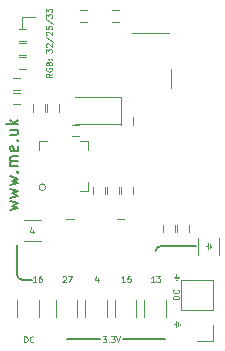
<source format=gbr>
%TF.GenerationSoftware,KiCad,Pcbnew,(6.0.2-0)*%
%TF.CreationDate,2022-02-20T12:23:58+00:00*%
%TF.ProjectId,Generic,47656e65-7269-4632-9e6b-696361645f70,6*%
%TF.SameCoordinates,Original*%
%TF.FileFunction,Legend,Top*%
%TF.FilePolarity,Positive*%
%FSLAX46Y46*%
G04 Gerber Fmt 4.6, Leading zero omitted, Abs format (unit mm)*
G04 Created by KiCad (PCBNEW (6.0.2-0)) date 2022-02-20 12:23:58*
%MOMM*%
%LPD*%
G01*
G04 APERTURE LIST*
%ADD10C,0.150000*%
%ADD11C,0.080000*%
%ADD12C,0.120000*%
G04 APERTURE END LIST*
D10*
X123000000Y-127000000D02*
X125750000Y-127000000D01*
X133900000Y-119100000D02*
X130900000Y-119100000D01*
X119200000Y-121932613D02*
X120025000Y-121929844D01*
X118750000Y-119000000D02*
X118747231Y-121479844D01*
X130900000Y-119100000D02*
G75*
G03*
X130500000Y-119500000I-1J-399999D01*
G01*
X118747231Y-121479844D02*
G75*
G03*
X119200000Y-121932613I452769J0D01*
G01*
X131250000Y-127000000D02*
X127750000Y-127000000D01*
D11*
X132011904Y-121690476D02*
X132488095Y-121690476D01*
X132107142Y-121833333D02*
X132392857Y-121833333D01*
X132250000Y-121476190D02*
X132250000Y-121690476D01*
X132297619Y-121976190D02*
X132202380Y-121976190D01*
X126011904Y-126726190D02*
X126321428Y-126726190D01*
X126154761Y-126916666D01*
X126226190Y-126916666D01*
X126273809Y-126940476D01*
X126297619Y-126964285D01*
X126321428Y-127011904D01*
X126321428Y-127130952D01*
X126297619Y-127178571D01*
X126273809Y-127202380D01*
X126226190Y-127226190D01*
X126083333Y-127226190D01*
X126035714Y-127202380D01*
X126011904Y-127178571D01*
X126535714Y-127178571D02*
X126559523Y-127202380D01*
X126535714Y-127226190D01*
X126511904Y-127202380D01*
X126535714Y-127178571D01*
X126535714Y-127226190D01*
X126726190Y-126726190D02*
X127035714Y-126726190D01*
X126869047Y-126916666D01*
X126940476Y-126916666D01*
X126988095Y-126940476D01*
X127011904Y-126964285D01*
X127035714Y-127011904D01*
X127035714Y-127130952D01*
X127011904Y-127178571D01*
X126988095Y-127202380D01*
X126940476Y-127226190D01*
X126797619Y-127226190D01*
X126750000Y-127202380D01*
X126726190Y-127178571D01*
X127178571Y-126726190D02*
X127345238Y-127226190D01*
X127511904Y-126726190D01*
X134940476Y-119338095D02*
X134940476Y-118861904D01*
X135083333Y-119242857D02*
X135083333Y-118957142D01*
X134726190Y-119100000D02*
X134940476Y-119100000D01*
X135226190Y-119052380D02*
X135226190Y-119147619D01*
X132476190Y-123580952D02*
X131976190Y-123580952D01*
X131976190Y-123461904D01*
X132000000Y-123390476D01*
X132047619Y-123342857D01*
X132095238Y-123319047D01*
X132190476Y-123295238D01*
X132261904Y-123295238D01*
X132357142Y-123319047D01*
X132404761Y-123342857D01*
X132452380Y-123390476D01*
X132476190Y-123461904D01*
X132476190Y-123580952D01*
X132428571Y-122795238D02*
X132452380Y-122819047D01*
X132476190Y-122890476D01*
X132476190Y-122938095D01*
X132452380Y-123009523D01*
X132404761Y-123057142D01*
X132357142Y-123080952D01*
X132261904Y-123104761D01*
X132190476Y-123104761D01*
X132095238Y-123080952D01*
X132047619Y-123057142D01*
X132000000Y-123009523D01*
X131976190Y-122938095D01*
X131976190Y-122890476D01*
X132000000Y-122819047D01*
X132023809Y-122795238D01*
X132240476Y-125938095D02*
X132240476Y-125461904D01*
X132383333Y-125842857D02*
X132383333Y-125557142D01*
X132026190Y-125700000D02*
X132240476Y-125700000D01*
X132526190Y-125652380D02*
X132526190Y-125747619D01*
X130404761Y-122126190D02*
X130119047Y-122126190D01*
X130261904Y-122126190D02*
X130261904Y-121626190D01*
X130214285Y-121697619D01*
X130166666Y-121745238D01*
X130119047Y-121769047D01*
X130571428Y-121626190D02*
X130880952Y-121626190D01*
X130714285Y-121816666D01*
X130785714Y-121816666D01*
X130833333Y-121840476D01*
X130857142Y-121864285D01*
X130880952Y-121911904D01*
X130880952Y-122030952D01*
X130857142Y-122078571D01*
X130833333Y-122102380D01*
X130785714Y-122126190D01*
X130642857Y-122126190D01*
X130595238Y-122102380D01*
X130571428Y-122078571D01*
X121726190Y-104507142D02*
X121488095Y-104673809D01*
X121726190Y-104792857D02*
X121226190Y-104792857D01*
X121226190Y-104602380D01*
X121250000Y-104554761D01*
X121273809Y-104530952D01*
X121321428Y-104507142D01*
X121392857Y-104507142D01*
X121440476Y-104530952D01*
X121464285Y-104554761D01*
X121488095Y-104602380D01*
X121488095Y-104792857D01*
X121250000Y-104030952D02*
X121226190Y-104078571D01*
X121226190Y-104150000D01*
X121250000Y-104221428D01*
X121297619Y-104269047D01*
X121345238Y-104292857D01*
X121440476Y-104316666D01*
X121511904Y-104316666D01*
X121607142Y-104292857D01*
X121654761Y-104269047D01*
X121702380Y-104221428D01*
X121726190Y-104150000D01*
X121726190Y-104102380D01*
X121702380Y-104030952D01*
X121678571Y-104007142D01*
X121511904Y-104007142D01*
X121511904Y-104102380D01*
X121464285Y-103626190D02*
X121488095Y-103554761D01*
X121511904Y-103530952D01*
X121559523Y-103507142D01*
X121630952Y-103507142D01*
X121678571Y-103530952D01*
X121702380Y-103554761D01*
X121726190Y-103602380D01*
X121726190Y-103792857D01*
X121226190Y-103792857D01*
X121226190Y-103626190D01*
X121250000Y-103578571D01*
X121273809Y-103554761D01*
X121321428Y-103530952D01*
X121369047Y-103530952D01*
X121416666Y-103554761D01*
X121440476Y-103578571D01*
X121464285Y-103626190D01*
X121464285Y-103792857D01*
X121678571Y-103292857D02*
X121702380Y-103269047D01*
X121726190Y-103292857D01*
X121702380Y-103316666D01*
X121678571Y-103292857D01*
X121726190Y-103292857D01*
X121416666Y-103292857D02*
X121440476Y-103269047D01*
X121464285Y-103292857D01*
X121440476Y-103316666D01*
X121416666Y-103292857D01*
X121464285Y-103292857D01*
X121226190Y-102721428D02*
X121226190Y-102411904D01*
X121416666Y-102578571D01*
X121416666Y-102507142D01*
X121440476Y-102459523D01*
X121464285Y-102435714D01*
X121511904Y-102411904D01*
X121630952Y-102411904D01*
X121678571Y-102435714D01*
X121702380Y-102459523D01*
X121726190Y-102507142D01*
X121726190Y-102650000D01*
X121702380Y-102697619D01*
X121678571Y-102721428D01*
X121273809Y-102221428D02*
X121250000Y-102197619D01*
X121226190Y-102150000D01*
X121226190Y-102030952D01*
X121250000Y-101983333D01*
X121273809Y-101959523D01*
X121321428Y-101935714D01*
X121369047Y-101935714D01*
X121440476Y-101959523D01*
X121726190Y-102245238D01*
X121726190Y-101935714D01*
X121202380Y-101364285D02*
X121845238Y-101792857D01*
X121273809Y-101221428D02*
X121250000Y-101197619D01*
X121226190Y-101150000D01*
X121226190Y-101030952D01*
X121250000Y-100983333D01*
X121273809Y-100959523D01*
X121321428Y-100935714D01*
X121369047Y-100935714D01*
X121440476Y-100959523D01*
X121726190Y-101245238D01*
X121726190Y-100935714D01*
X121226190Y-100483333D02*
X121226190Y-100721428D01*
X121464285Y-100745238D01*
X121440476Y-100721428D01*
X121416666Y-100673809D01*
X121416666Y-100554761D01*
X121440476Y-100507142D01*
X121464285Y-100483333D01*
X121511904Y-100459523D01*
X121630952Y-100459523D01*
X121678571Y-100483333D01*
X121702380Y-100507142D01*
X121726190Y-100554761D01*
X121726190Y-100673809D01*
X121702380Y-100721428D01*
X121678571Y-100745238D01*
X121202380Y-99888095D02*
X121845238Y-100316666D01*
X121226190Y-99769047D02*
X121226190Y-99459523D01*
X121416666Y-99626190D01*
X121416666Y-99554761D01*
X121440476Y-99507142D01*
X121464285Y-99483333D01*
X121511904Y-99459523D01*
X121630952Y-99459523D01*
X121678571Y-99483333D01*
X121702380Y-99507142D01*
X121726190Y-99554761D01*
X121726190Y-99697619D01*
X121702380Y-99745238D01*
X121678571Y-99769047D01*
X121226190Y-99292857D02*
X121226190Y-98983333D01*
X121416666Y-99150000D01*
X121416666Y-99078571D01*
X121440476Y-99030952D01*
X121464285Y-99007142D01*
X121511904Y-98983333D01*
X121630952Y-98983333D01*
X121678571Y-99007142D01*
X121702380Y-99030952D01*
X121726190Y-99078571D01*
X121726190Y-99221428D01*
X121702380Y-99269047D01*
X121678571Y-99292857D01*
X120404761Y-122126190D02*
X120119047Y-122126190D01*
X120261904Y-122126190D02*
X120261904Y-121626190D01*
X120214285Y-121697619D01*
X120166666Y-121745238D01*
X120119047Y-121769047D01*
X120833333Y-121626190D02*
X120738095Y-121626190D01*
X120690476Y-121650000D01*
X120666666Y-121673809D01*
X120619047Y-121745238D01*
X120595238Y-121840476D01*
X120595238Y-122030952D01*
X120619047Y-122078571D01*
X120642857Y-122102380D01*
X120690476Y-122126190D01*
X120785714Y-122126190D01*
X120833333Y-122102380D01*
X120857142Y-122078571D01*
X120880952Y-122030952D01*
X120880952Y-121911904D01*
X120857142Y-121864285D01*
X120833333Y-121840476D01*
X120785714Y-121816666D01*
X120690476Y-121816666D01*
X120642857Y-121840476D01*
X120619047Y-121864285D01*
X120595238Y-121911904D01*
X127904761Y-122126190D02*
X127619047Y-122126190D01*
X127761904Y-122126190D02*
X127761904Y-121626190D01*
X127714285Y-121697619D01*
X127666666Y-121745238D01*
X127619047Y-121769047D01*
X128357142Y-121626190D02*
X128119047Y-121626190D01*
X128095238Y-121864285D01*
X128119047Y-121840476D01*
X128166666Y-121816666D01*
X128285714Y-121816666D01*
X128333333Y-121840476D01*
X128357142Y-121864285D01*
X128380952Y-121911904D01*
X128380952Y-122030952D01*
X128357142Y-122078571D01*
X128333333Y-122102380D01*
X128285714Y-122126190D01*
X128166666Y-122126190D01*
X128119047Y-122102380D01*
X128095238Y-122078571D01*
D10*
X118185714Y-116057142D02*
X118852380Y-115866666D01*
X118376190Y-115676190D01*
X118852380Y-115485714D01*
X118185714Y-115295238D01*
X118185714Y-115009523D02*
X118852380Y-114819047D01*
X118376190Y-114628571D01*
X118852380Y-114438095D01*
X118185714Y-114247619D01*
X118185714Y-113961904D02*
X118852380Y-113771428D01*
X118376190Y-113580952D01*
X118852380Y-113390476D01*
X118185714Y-113200000D01*
X118757142Y-112819047D02*
X118804761Y-112771428D01*
X118852380Y-112819047D01*
X118804761Y-112866666D01*
X118757142Y-112819047D01*
X118852380Y-112819047D01*
X118852380Y-112342857D02*
X118185714Y-112342857D01*
X118280952Y-112342857D02*
X118233333Y-112295238D01*
X118185714Y-112200000D01*
X118185714Y-112057142D01*
X118233333Y-111961904D01*
X118328571Y-111914285D01*
X118852380Y-111914285D01*
X118328571Y-111914285D02*
X118233333Y-111866666D01*
X118185714Y-111771428D01*
X118185714Y-111628571D01*
X118233333Y-111533333D01*
X118328571Y-111485714D01*
X118852380Y-111485714D01*
X118804761Y-110628571D02*
X118852380Y-110723809D01*
X118852380Y-110914285D01*
X118804761Y-111009523D01*
X118709523Y-111057142D01*
X118328571Y-111057142D01*
X118233333Y-111009523D01*
X118185714Y-110914285D01*
X118185714Y-110723809D01*
X118233333Y-110628571D01*
X118328571Y-110580952D01*
X118423809Y-110580952D01*
X118519047Y-111057142D01*
X118757142Y-110152380D02*
X118804761Y-110104761D01*
X118852380Y-110152380D01*
X118804761Y-110200000D01*
X118757142Y-110152380D01*
X118852380Y-110152380D01*
X118185714Y-109247619D02*
X118852380Y-109247619D01*
X118185714Y-109676190D02*
X118709523Y-109676190D01*
X118804761Y-109628571D01*
X118852380Y-109533333D01*
X118852380Y-109390476D01*
X118804761Y-109295238D01*
X118757142Y-109247619D01*
X118852380Y-108771428D02*
X117852380Y-108771428D01*
X118471428Y-108676190D02*
X118852380Y-108390476D01*
X118185714Y-108390476D02*
X118566666Y-108771428D01*
D11*
X119369047Y-127226190D02*
X119369047Y-126726190D01*
X119488095Y-126726190D01*
X119559523Y-126750000D01*
X119607142Y-126797619D01*
X119630952Y-126845238D01*
X119654761Y-126940476D01*
X119654761Y-127011904D01*
X119630952Y-127107142D01*
X119607142Y-127154761D01*
X119559523Y-127202380D01*
X119488095Y-127226190D01*
X119369047Y-127226190D01*
X120154761Y-127178571D02*
X120130952Y-127202380D01*
X120059523Y-127226190D01*
X120011904Y-127226190D01*
X119940476Y-127202380D01*
X119892857Y-127154761D01*
X119869047Y-127107142D01*
X119845238Y-127011904D01*
X119845238Y-126940476D01*
X119869047Y-126845238D01*
X119892857Y-126797619D01*
X119940476Y-126750000D01*
X120011904Y-126726190D01*
X120059523Y-126726190D01*
X120130952Y-126750000D01*
X120154761Y-126773809D01*
X125595238Y-121792857D02*
X125595238Y-122126190D01*
X125476190Y-121602380D02*
X125357142Y-121959523D01*
X125666666Y-121959523D01*
X122619047Y-121673809D02*
X122642857Y-121650000D01*
X122690476Y-121626190D01*
X122809523Y-121626190D01*
X122857142Y-121650000D01*
X122880952Y-121673809D01*
X122904761Y-121721428D01*
X122904761Y-121769047D01*
X122880952Y-121840476D01*
X122595238Y-122126190D01*
X122904761Y-122126190D01*
X123071428Y-121626190D02*
X123404761Y-121626190D01*
X123190476Y-122126190D01*
X120095238Y-117692857D02*
X120095238Y-118026190D01*
X119976190Y-117502380D02*
X119857142Y-117859523D01*
X120166666Y-117859523D01*
D12*
%TO.C,R2*%
X129550000Y-125077064D02*
X129550000Y-123622936D01*
X131370000Y-125077064D02*
X131370000Y-123622936D01*
%TO.C,R3*%
X127050000Y-125077064D02*
X127050000Y-123622936D01*
X128870000Y-125077064D02*
X128870000Y-123622936D01*
%TO.C,R4*%
X124550000Y-125077064D02*
X124550000Y-123622936D01*
X126370000Y-125077064D02*
X126370000Y-123622936D01*
%TO.C,R5*%
X122050000Y-125077064D02*
X122050000Y-123622936D01*
X123870000Y-125077064D02*
X123870000Y-123622936D01*
%TO.C,R6*%
X118780000Y-125077064D02*
X118780000Y-123622936D01*
X120600000Y-125077064D02*
X120600000Y-123622936D01*
%TO.C,J3*%
X135330000Y-121930000D02*
X132670000Y-121930000D01*
X132670000Y-124530000D02*
X132670000Y-121930000D01*
X135330000Y-125800000D02*
X135330000Y-127130000D01*
X135330000Y-124530000D02*
X135330000Y-121930000D01*
X135330000Y-127130000D02*
X134000000Y-127130000D01*
X135330000Y-124530000D02*
X132670000Y-124530000D01*
%TO.C,C1*%
X134080000Y-119827064D02*
X134080000Y-118372936D01*
X135900000Y-119827064D02*
X135900000Y-118372936D01*
%TO.C,U2*%
X124810000Y-114410000D02*
X124085000Y-114410000D01*
X120590000Y-110190000D02*
X121315000Y-110190000D01*
X124810000Y-110190000D02*
X124085000Y-110190000D01*
X124810000Y-110915000D02*
X124810000Y-110190000D01*
X120590000Y-110915000D02*
X120590000Y-110190000D01*
X124810000Y-113685000D02*
X124810000Y-114410000D01*
X121182843Y-114100000D02*
G75*
G03*
X121182843Y-114100000I-282843J0D01*
G01*
%TO.C,R10*%
X118900000Y-102900000D02*
X119500000Y-102900000D01*
X118900000Y-101900000D02*
X119500000Y-101900000D01*
%TO.C,D2*%
X123700000Y-108735000D02*
X127585000Y-108735000D01*
X127585000Y-106465000D02*
X123700000Y-106465000D01*
X127585000Y-108735000D02*
X127585000Y-106465000D01*
%TO.C,C2*%
X118400000Y-106100000D02*
X119000000Y-106100000D01*
X118400000Y-107100000D02*
X119000000Y-107100000D01*
%TO.C,R12*%
X128600000Y-108200000D02*
X128600000Y-108800000D01*
X127600000Y-108200000D02*
X127600000Y-108800000D01*
%TO.C,R7*%
X119322936Y-118700000D02*
X120777064Y-118700000D01*
X119322936Y-116880000D02*
X120777064Y-116880000D01*
%TO.C,D4*%
X122950000Y-116775000D02*
X123550000Y-116775000D01*
%TO.C,D3*%
X127200000Y-116775000D02*
X127800000Y-116775000D01*
%TO.C,R11*%
X127600000Y-114100000D02*
X127600000Y-114700000D01*
X128600000Y-114100000D02*
X128600000Y-114700000D01*
%TO.C,R13*%
X126400000Y-114700000D02*
X126400000Y-114100000D01*
X127400000Y-114700000D02*
X127400000Y-114100000D01*
%TO.C,R14*%
X126200000Y-114100000D02*
X126200000Y-114700000D01*
X125200000Y-114100000D02*
X125200000Y-114700000D01*
%TO.C,D1*%
X120300000Y-99700000D02*
X119200000Y-99700000D01*
X119200000Y-99700000D02*
X119200000Y-100700000D01*
%TO.C,R8*%
X118900000Y-100700000D02*
X119500000Y-100700000D01*
X118900000Y-101700000D02*
X119500000Y-101700000D01*
%TO.C,R9*%
X118900000Y-104100000D02*
X119500000Y-104100000D01*
X118900000Y-103100000D02*
X119500000Y-103100000D01*
%TO.C,C5*%
X123400000Y-108800000D02*
X124000000Y-108800000D01*
X123400000Y-109800000D02*
X124000000Y-109800000D01*
%TO.C,C3*%
X133300000Y-117275000D02*
X133300000Y-117875000D01*
X132300000Y-117275000D02*
X132300000Y-117875000D01*
%TO.C,C4*%
X131100000Y-117275000D02*
X131100000Y-117875000D01*
X132100000Y-117275000D02*
X132100000Y-117875000D01*
%TO.C,R15*%
X122300000Y-107100000D02*
X122300000Y-107700000D01*
X121300000Y-107100000D02*
X121300000Y-107700000D01*
%TO.C,R1*%
X119000000Y-105900000D02*
X118400000Y-105900000D01*
X119000000Y-104900000D02*
X118400000Y-104900000D01*
%TO.C,R18*%
X124100000Y-99100000D02*
X124700000Y-99100000D01*
X124100000Y-100100000D02*
X124700000Y-100100000D01*
%TO.C,R17*%
X127400000Y-100100000D02*
X126800000Y-100100000D01*
X127400000Y-99100000D02*
X126800000Y-99100000D01*
%TO.C,R16*%
X121100000Y-107700000D02*
X121100000Y-107100000D01*
X120100000Y-107700000D02*
X120100000Y-107100000D01*
%TO.C,U3*%
X128510000Y-101075000D02*
X131610000Y-101075000D01*
X131785000Y-104125000D02*
X131785000Y-105725000D01*
%TD*%
M02*

</source>
